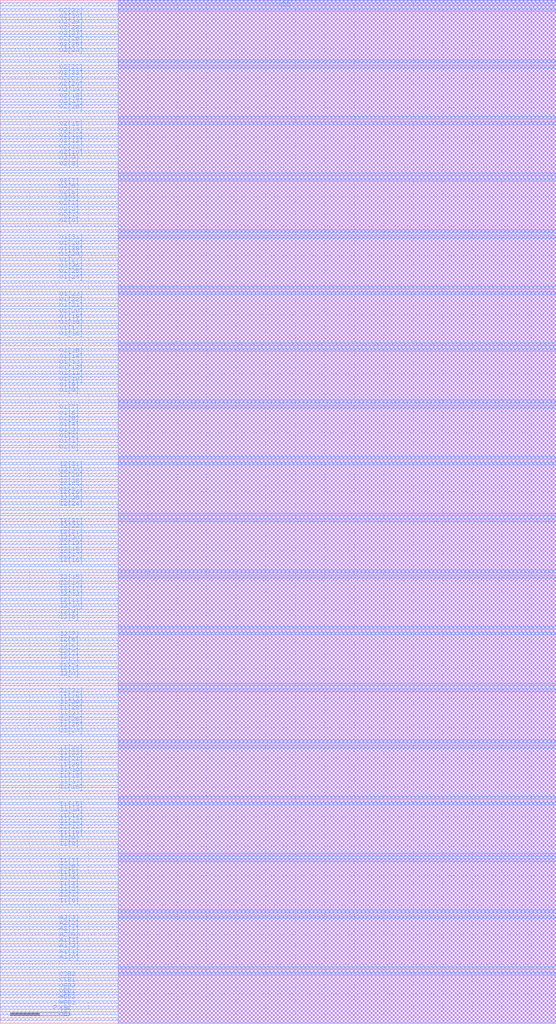
<source format=lef>
VERSION 5.6 ;
BUSBITCHARS "[]" ;
DIVIDERCHAR "/" ;

MACRO SRAM2RW16x32
  CLASS BLOCK ;
  ORIGIN 0 0 ;
  FOREIGN SRAM2RW16x32 0 0 ;
  SIZE 18.848 BY 34.656 ;
  SYMMETRY X Y ;
  SITE coreSite ;
  PIN VDD
    DIRECTION INOUT ;
    USE POWER ;
    PORT 
      LAYER M4 ;
        RECT 0.0 1.632 18.848 1.728 ;
        RECT 0.0 3.552 18.848 3.648 ;
        RECT 0.0 5.472 18.848 5.568 ;
        RECT 0.0 7.392 18.848 7.488 ;
        RECT 0.0 9.312 18.848 9.408 ;
        RECT 0.0 11.232 18.848 11.328 ;
        RECT 0.0 13.152 18.848 13.248 ;
        RECT 0.0 15.072 18.848 15.168 ;
        RECT 0.0 16.992 18.848 17.088 ;
        RECT 0.0 18.912 18.848 19.008 ;
        RECT 0.0 20.832 18.848 20.928 ;
        RECT 0.0 22.752 18.848 22.848 ;
        RECT 0.0 24.672 18.848 24.768 ;
        RECT 0.0 26.592 18.848 26.688 ;
        RECT 0.0 28.512 18.848 28.608 ;
        RECT 0.0 30.432 18.848 30.528 ;
        RECT 0.0 32.352 18.848 32.448 ;
        RECT 0.0 34.272 18.848 34.368 ;
    END 
  END VDD
  PIN VSS
    DIRECTION INOUT ;
    USE GROUND ;
    PORT 
      LAYER M4 ;
        RECT 0.0 1.824 18.848 1.92 ;
        RECT 0.0 3.744 18.848 3.84 ;
        RECT 0.0 5.664 18.848 5.76 ;
        RECT 0.0 7.584 18.848 7.68 ;
        RECT 0.0 9.504 18.848 9.6 ;
        RECT 0.0 11.424 18.848 11.52 ;
        RECT 0.0 13.344 18.848 13.44 ;
        RECT 0.0 15.264 18.848 15.36 ;
        RECT 0.0 17.184 18.848 17.28 ;
        RECT 0.0 19.104 18.848 19.2 ;
        RECT 0.0 21.024 18.848 21.12 ;
        RECT 0.0 22.944 18.848 23.04 ;
        RECT 0.0 24.864 18.848 24.96 ;
        RECT 0.0 26.784 18.848 26.88 ;
        RECT 0.0 28.704 18.848 28.8 ;
        RECT 0.0 30.624 18.848 30.72 ;
        RECT 0.0 32.544 18.848 32.64 ;
        RECT 0.0 34.464 18.848 34.56 ;
    END 
  END VSS
  PIN CE1
    DIRECTION INPUT ;
    USE SIGNAL ;
    PORT 
      LAYER M4 ;
        RECT 0.0 0.096 4.0 0.192 ;
    END 
  END CE1
  PIN CE2
    DIRECTION INPUT ;
    USE SIGNAL ;
    PORT 
      LAYER M4 ;
        RECT 0.0 0.288 4.0 0.384 ;
    END 
  END CE2
  PIN WEB1
    DIRECTION INPUT ;
    USE SIGNAL ;
    PORT 
      LAYER M4 ;
        RECT 0.0 0.48 4.0 0.576 ;
    END 
  END WEB1
  PIN WEB2
    DIRECTION INPUT ;
    USE SIGNAL ;
    PORT 
      LAYER M4 ;
        RECT 0.0 0.672 4.0 0.768 ;
    END 
  END WEB2
  PIN OEB1
    DIRECTION INPUT ;
    USE SIGNAL ;
    PORT 
      LAYER M4 ;
        RECT 0.0 0.864 4.0 0.96 ;
    END 
  END OEB1
  PIN OEB2
    DIRECTION INPUT ;
    USE SIGNAL ;
    PORT 
      LAYER M4 ;
        RECT 0.0 1.056 4.0 1.152 ;
    END 
  END OEB2
  PIN CSB1
    DIRECTION INPUT ;
    USE SIGNAL ;
    PORT 
      LAYER M4 ;
        RECT 0.0 1.248 4.0 1.344 ;
    END 
  END CSB1
  PIN CSB2
    DIRECTION INPUT ;
    USE SIGNAL ;
    PORT 
      LAYER M4 ;
        RECT 0.0 1.44 4.0 1.536 ;
    END 
  END CSB2
  PIN A1[0]
    DIRECTION INPUT ;
    USE SIGNAL ;
    PORT 
      LAYER M4 ;
        RECT 0.0 2.016 4.0 2.112 ;
    END 
  END A1[0]
  PIN A1[1]
    DIRECTION INPUT ;
    USE SIGNAL ;
    PORT 
      LAYER M4 ;
        RECT 0.0 2.208 4.0 2.304 ;
    END 
  END A1[1]
  PIN A1[2]
    DIRECTION INPUT ;
    USE SIGNAL ;
    PORT 
      LAYER M4 ;
        RECT 0.0 2.4 4.0 2.496 ;
    END 
  END A1[2]
  PIN A1[3]
    DIRECTION INPUT ;
    USE SIGNAL ;
    PORT 
      LAYER M4 ;
        RECT 0.0 2.592 4.0 2.688 ;
    END 
  END A1[3]
  PIN A2[0]
    DIRECTION INPUT ;
    USE SIGNAL ;
    PORT 
      LAYER M4 ;
        RECT 0.0 2.784 4.0 2.88 ;
    END 
  END A2[0]
  PIN A2[1]
    DIRECTION INPUT ;
    USE SIGNAL ;
    PORT 
      LAYER M4 ;
        RECT 0.0 2.976 4.0 3.072 ;
    END 
  END A2[1]
  PIN A2[2]
    DIRECTION INPUT ;
    USE SIGNAL ;
    PORT 
      LAYER M4 ;
        RECT 0.0 3.168 4.0 3.264 ;
    END 
  END A2[2]
  PIN A2[3]
    DIRECTION INPUT ;
    USE SIGNAL ;
    PORT 
      LAYER M4 ;
        RECT 0.0 3.36 4.0 3.456 ;
    END 
  END A2[3]
  PIN I1[0]
    DIRECTION INPUT ;
    USE SIGNAL ;
    PORT 
      LAYER M4 ;
        RECT 0.0 3.936 4.0 4.032 ;
    END 
  END I1[0]
  PIN I1[1]
    DIRECTION INPUT ;
    USE SIGNAL ;
    PORT 
      LAYER M4 ;
        RECT 0.0 4.128 4.0 4.224 ;
    END 
  END I1[1]
  PIN I1[2]
    DIRECTION INPUT ;
    USE SIGNAL ;
    PORT 
      LAYER M4 ;
        RECT 0.0 4.32 4.0 4.416 ;
    END 
  END I1[2]
  PIN I1[3]
    DIRECTION INPUT ;
    USE SIGNAL ;
    PORT 
      LAYER M4 ;
        RECT 0.0 4.512 4.0 4.608 ;
    END 
  END I1[3]
  PIN I1[4]
    DIRECTION INPUT ;
    USE SIGNAL ;
    PORT 
      LAYER M4 ;
        RECT 0.0 4.704 4.0 4.8 ;
    END 
  END I1[4]
  PIN I1[5]
    DIRECTION INPUT ;
    USE SIGNAL ;
    PORT 
      LAYER M4 ;
        RECT 0.0 4.896 4.0 4.992 ;
    END 
  END I1[5]
  PIN I1[6]
    DIRECTION INPUT ;
    USE SIGNAL ;
    PORT 
      LAYER M4 ;
        RECT 0.0 5.088 4.0 5.184 ;
    END 
  END I1[6]
  PIN I1[7]
    DIRECTION INPUT ;
    USE SIGNAL ;
    PORT 
      LAYER M4 ;
        RECT 0.0 5.28 4.0 5.376 ;
    END 
  END I1[7]
  PIN I1[8]
    DIRECTION INPUT ;
    USE SIGNAL ;
    PORT 
      LAYER M4 ;
        RECT 0.0 5.856 4.0 5.952 ;
    END 
  END I1[8]
  PIN I1[9]
    DIRECTION INPUT ;
    USE SIGNAL ;
    PORT 
      LAYER M4 ;
        RECT 0.0 6.048 4.0 6.144 ;
    END 
  END I1[9]
  PIN I1[10]
    DIRECTION INPUT ;
    USE SIGNAL ;
    PORT 
      LAYER M4 ;
        RECT 0.0 6.24 4.0 6.336 ;
    END 
  END I1[10]
  PIN I1[11]
    DIRECTION INPUT ;
    USE SIGNAL ;
    PORT 
      LAYER M4 ;
        RECT 0.0 6.432 4.0 6.528 ;
    END 
  END I1[11]
  PIN I1[12]
    DIRECTION INPUT ;
    USE SIGNAL ;
    PORT 
      LAYER M4 ;
        RECT 0.0 6.624 4.0 6.72 ;
    END 
  END I1[12]
  PIN I1[13]
    DIRECTION INPUT ;
    USE SIGNAL ;
    PORT 
      LAYER M4 ;
        RECT 0.0 6.816 4.0 6.912 ;
    END 
  END I1[13]
  PIN I1[14]
    DIRECTION INPUT ;
    USE SIGNAL ;
    PORT 
      LAYER M4 ;
        RECT 0.0 7.008 4.0 7.104 ;
    END 
  END I1[14]
  PIN I1[15]
    DIRECTION INPUT ;
    USE SIGNAL ;
    PORT 
      LAYER M4 ;
        RECT 0.0 7.2 4.0 7.296 ;
    END 
  END I1[15]
  PIN I1[16]
    DIRECTION INPUT ;
    USE SIGNAL ;
    PORT 
      LAYER M4 ;
        RECT 0.0 7.776 4.0 7.872 ;
    END 
  END I1[16]
  PIN I1[17]
    DIRECTION INPUT ;
    USE SIGNAL ;
    PORT 
      LAYER M4 ;
        RECT 0.0 7.968 4.0 8.064 ;
    END 
  END I1[17]
  PIN I1[18]
    DIRECTION INPUT ;
    USE SIGNAL ;
    PORT 
      LAYER M4 ;
        RECT 0.0 8.16 4.0 8.256 ;
    END 
  END I1[18]
  PIN I1[19]
    DIRECTION INPUT ;
    USE SIGNAL ;
    PORT 
      LAYER M4 ;
        RECT 0.0 8.352 4.0 8.448 ;
    END 
  END I1[19]
  PIN I1[20]
    DIRECTION INPUT ;
    USE SIGNAL ;
    PORT 
      LAYER M4 ;
        RECT 0.0 8.544 4.0 8.64 ;
    END 
  END I1[20]
  PIN I1[21]
    DIRECTION INPUT ;
    USE SIGNAL ;
    PORT 
      LAYER M4 ;
        RECT 0.0 8.736 4.0 8.832 ;
    END 
  END I1[21]
  PIN I1[22]
    DIRECTION INPUT ;
    USE SIGNAL ;
    PORT 
      LAYER M4 ;
        RECT 0.0 8.928 4.0 9.024 ;
    END 
  END I1[22]
  PIN I1[23]
    DIRECTION INPUT ;
    USE SIGNAL ;
    PORT 
      LAYER M4 ;
        RECT 0.0 9.12 4.0 9.216 ;
    END 
  END I1[23]
  PIN I1[24]
    DIRECTION INPUT ;
    USE SIGNAL ;
    PORT 
      LAYER M4 ;
        RECT 0.0 9.696 4.0 9.792 ;
    END 
  END I1[24]
  PIN I1[25]
    DIRECTION INPUT ;
    USE SIGNAL ;
    PORT 
      LAYER M4 ;
        RECT 0.0 9.888 4.0 9.984 ;
    END 
  END I1[25]
  PIN I1[26]
    DIRECTION INPUT ;
    USE SIGNAL ;
    PORT 
      LAYER M4 ;
        RECT 0.0 10.08 4.0 10.176 ;
    END 
  END I1[26]
  PIN I1[27]
    DIRECTION INPUT ;
    USE SIGNAL ;
    PORT 
      LAYER M4 ;
        RECT 0.0 10.272 4.0 10.368 ;
    END 
  END I1[27]
  PIN I1[28]
    DIRECTION INPUT ;
    USE SIGNAL ;
    PORT 
      LAYER M4 ;
        RECT 0.0 10.464 4.0 10.56 ;
    END 
  END I1[28]
  PIN I1[29]
    DIRECTION INPUT ;
    USE SIGNAL ;
    PORT 
      LAYER M4 ;
        RECT 0.0 10.656 4.0 10.752 ;
    END 
  END I1[29]
  PIN I1[30]
    DIRECTION INPUT ;
    USE SIGNAL ;
    PORT 
      LAYER M4 ;
        RECT 0.0 10.848 4.0 10.944 ;
    END 
  END I1[30]
  PIN I1[31]
    DIRECTION INPUT ;
    USE SIGNAL ;
    PORT 
      LAYER M4 ;
        RECT 0.0 11.04 4.0 11.136 ;
    END 
  END I1[31]
  PIN I2[0]
    DIRECTION INPUT ;
    USE SIGNAL ;
    PORT 
      LAYER M4 ;
        RECT 0.0 11.616 4.0 11.712 ;
    END 
  END I2[0]
  PIN I2[1]
    DIRECTION INPUT ;
    USE SIGNAL ;
    PORT 
      LAYER M4 ;
        RECT 0.0 11.808 4.0 11.904 ;
    END 
  END I2[1]
  PIN I2[2]
    DIRECTION INPUT ;
    USE SIGNAL ;
    PORT 
      LAYER M4 ;
        RECT 0.0 12.0 4.0 12.096 ;
    END 
  END I2[2]
  PIN I2[3]
    DIRECTION INPUT ;
    USE SIGNAL ;
    PORT 
      LAYER M4 ;
        RECT 0.0 12.192 4.0 12.288 ;
    END 
  END I2[3]
  PIN I2[4]
    DIRECTION INPUT ;
    USE SIGNAL ;
    PORT 
      LAYER M4 ;
        RECT 0.0 12.384 4.0 12.48 ;
    END 
  END I2[4]
  PIN I2[5]
    DIRECTION INPUT ;
    USE SIGNAL ;
    PORT 
      LAYER M4 ;
        RECT 0.0 12.576 4.0 12.672 ;
    END 
  END I2[5]
  PIN I2[6]
    DIRECTION INPUT ;
    USE SIGNAL ;
    PORT 
      LAYER M4 ;
        RECT 0.0 12.768 4.0 12.864 ;
    END 
  END I2[6]
  PIN I2[7]
    DIRECTION INPUT ;
    USE SIGNAL ;
    PORT 
      LAYER M4 ;
        RECT 0.0 12.96 4.0 13.056 ;
    END 
  END I2[7]
  PIN I2[8]
    DIRECTION INPUT ;
    USE SIGNAL ;
    PORT 
      LAYER M4 ;
        RECT 0.0 13.536 4.0 13.632 ;
    END 
  END I2[8]
  PIN I2[9]
    DIRECTION INPUT ;
    USE SIGNAL ;
    PORT 
      LAYER M4 ;
        RECT 0.0 13.728 4.0 13.824 ;
    END 
  END I2[9]
  PIN I2[10]
    DIRECTION INPUT ;
    USE SIGNAL ;
    PORT 
      LAYER M4 ;
        RECT 0.0 13.92 4.0 14.016 ;
    END 
  END I2[10]
  PIN I2[11]
    DIRECTION INPUT ;
    USE SIGNAL ;
    PORT 
      LAYER M4 ;
        RECT 0.0 14.112 4.0 14.208 ;
    END 
  END I2[11]
  PIN I2[12]
    DIRECTION INPUT ;
    USE SIGNAL ;
    PORT 
      LAYER M4 ;
        RECT 0.0 14.304 4.0 14.4 ;
    END 
  END I2[12]
  PIN I2[13]
    DIRECTION INPUT ;
    USE SIGNAL ;
    PORT 
      LAYER M4 ;
        RECT 0.0 14.496 4.0 14.592 ;
    END 
  END I2[13]
  PIN I2[14]
    DIRECTION INPUT ;
    USE SIGNAL ;
    PORT 
      LAYER M4 ;
        RECT 0.0 14.688 4.0 14.784 ;
    END 
  END I2[14]
  PIN I2[15]
    DIRECTION INPUT ;
    USE SIGNAL ;
    PORT 
      LAYER M4 ;
        RECT 0.0 14.88 4.0 14.976 ;
    END 
  END I2[15]
  PIN I2[16]
    DIRECTION INPUT ;
    USE SIGNAL ;
    PORT 
      LAYER M4 ;
        RECT 0.0 15.456 4.0 15.552 ;
    END 
  END I2[16]
  PIN I2[17]
    DIRECTION INPUT ;
    USE SIGNAL ;
    PORT 
      LAYER M4 ;
        RECT 0.0 15.648 4.0 15.744 ;
    END 
  END I2[17]
  PIN I2[18]
    DIRECTION INPUT ;
    USE SIGNAL ;
    PORT 
      LAYER M4 ;
        RECT 0.0 15.84 4.0 15.936 ;
    END 
  END I2[18]
  PIN I2[19]
    DIRECTION INPUT ;
    USE SIGNAL ;
    PORT 
      LAYER M4 ;
        RECT 0.0 16.032 4.0 16.128 ;
    END 
  END I2[19]
  PIN I2[20]
    DIRECTION INPUT ;
    USE SIGNAL ;
    PORT 
      LAYER M4 ;
        RECT 0.0 16.224 4.0 16.32 ;
    END 
  END I2[20]
  PIN I2[21]
    DIRECTION INPUT ;
    USE SIGNAL ;
    PORT 
      LAYER M4 ;
        RECT 0.0 16.416 4.0 16.512 ;
    END 
  END I2[21]
  PIN I2[22]
    DIRECTION INPUT ;
    USE SIGNAL ;
    PORT 
      LAYER M4 ;
        RECT 0.0 16.608 4.0 16.704 ;
    END 
  END I2[22]
  PIN I2[23]
    DIRECTION INPUT ;
    USE SIGNAL ;
    PORT 
      LAYER M4 ;
        RECT 0.0 16.8 4.0 16.896 ;
    END 
  END I2[23]
  PIN I2[24]
    DIRECTION INPUT ;
    USE SIGNAL ;
    PORT 
      LAYER M4 ;
        RECT 0.0 17.376 4.0 17.472 ;
    END 
  END I2[24]
  PIN I2[25]
    DIRECTION INPUT ;
    USE SIGNAL ;
    PORT 
      LAYER M4 ;
        RECT 0.0 17.568 4.0 17.664 ;
    END 
  END I2[25]
  PIN I2[26]
    DIRECTION INPUT ;
    USE SIGNAL ;
    PORT 
      LAYER M4 ;
        RECT 0.0 17.76 4.0 17.856 ;
    END 
  END I2[26]
  PIN I2[27]
    DIRECTION INPUT ;
    USE SIGNAL ;
    PORT 
      LAYER M4 ;
        RECT 0.0 17.952 4.0 18.048 ;
    END 
  END I2[27]
  PIN I2[28]
    DIRECTION INPUT ;
    USE SIGNAL ;
    PORT 
      LAYER M4 ;
        RECT 0.0 18.144 4.0 18.24 ;
    END 
  END I2[28]
  PIN I2[29]
    DIRECTION INPUT ;
    USE SIGNAL ;
    PORT 
      LAYER M4 ;
        RECT 0.0 18.336 4.0 18.432 ;
    END 
  END I2[29]
  PIN I2[30]
    DIRECTION INPUT ;
    USE SIGNAL ;
    PORT 
      LAYER M4 ;
        RECT 0.0 18.528 4.0 18.624 ;
    END 
  END I2[30]
  PIN I2[31]
    DIRECTION INPUT ;
    USE SIGNAL ;
    PORT 
      LAYER M4 ;
        RECT 0.0 18.72 4.0 18.816 ;
    END 
  END I2[31]
  PIN O1[0]
    DIRECTION OUTPUT ;
    USE SIGNAL ;
    PORT 
      LAYER M4 ;
        RECT 0.0 19.296 4.0 19.392 ;
    END 
  END O1[0]
  PIN O1[1]
    DIRECTION OUTPUT ;
    USE SIGNAL ;
    PORT 
      LAYER M4 ;
        RECT 0.0 19.488 4.0 19.584 ;
    END 
  END O1[1]
  PIN O1[2]
    DIRECTION OUTPUT ;
    USE SIGNAL ;
    PORT 
      LAYER M4 ;
        RECT 0.0 19.68 4.0 19.776 ;
    END 
  END O1[2]
  PIN O1[3]
    DIRECTION OUTPUT ;
    USE SIGNAL ;
    PORT 
      LAYER M4 ;
        RECT 0.0 19.872 4.0 19.968 ;
    END 
  END O1[3]
  PIN O1[4]
    DIRECTION OUTPUT ;
    USE SIGNAL ;
    PORT 
      LAYER M4 ;
        RECT 0.0 20.064 4.0 20.16 ;
    END 
  END O1[4]
  PIN O1[5]
    DIRECTION OUTPUT ;
    USE SIGNAL ;
    PORT 
      LAYER M4 ;
        RECT 0.0 20.256 4.0 20.352 ;
    END 
  END O1[5]
  PIN O1[6]
    DIRECTION OUTPUT ;
    USE SIGNAL ;
    PORT 
      LAYER M4 ;
        RECT 0.0 20.448 4.0 20.544 ;
    END 
  END O1[6]
  PIN O1[7]
    DIRECTION OUTPUT ;
    USE SIGNAL ;
    PORT 
      LAYER M4 ;
        RECT 0.0 20.64 4.0 20.736 ;
    END 
  END O1[7]
  PIN O1[8]
    DIRECTION OUTPUT ;
    USE SIGNAL ;
    PORT 
      LAYER M4 ;
        RECT 0.0 21.216 4.0 21.312 ;
    END 
  END O1[8]
  PIN O1[9]
    DIRECTION OUTPUT ;
    USE SIGNAL ;
    PORT 
      LAYER M4 ;
        RECT 0.0 21.408 4.0 21.504 ;
    END 
  END O1[9]
  PIN O1[10]
    DIRECTION OUTPUT ;
    USE SIGNAL ;
    PORT 
      LAYER M4 ;
        RECT 0.0 21.6 4.0 21.696 ;
    END 
  END O1[10]
  PIN O1[11]
    DIRECTION OUTPUT ;
    USE SIGNAL ;
    PORT 
      LAYER M4 ;
        RECT 0.0 21.792 4.0 21.888 ;
    END 
  END O1[11]
  PIN O1[12]
    DIRECTION OUTPUT ;
    USE SIGNAL ;
    PORT 
      LAYER M4 ;
        RECT 0.0 21.984 4.0 22.08 ;
    END 
  END O1[12]
  PIN O1[13]
    DIRECTION OUTPUT ;
    USE SIGNAL ;
    PORT 
      LAYER M4 ;
        RECT 0.0 22.176 4.0 22.272 ;
    END 
  END O1[13]
  PIN O1[14]
    DIRECTION OUTPUT ;
    USE SIGNAL ;
    PORT 
      LAYER M4 ;
        RECT 0.0 22.368 4.0 22.464 ;
    END 
  END O1[14]
  PIN O1[15]
    DIRECTION OUTPUT ;
    USE SIGNAL ;
    PORT 
      LAYER M4 ;
        RECT 0.0 22.56 4.0 22.656 ;
    END 
  END O1[15]
  PIN O1[16]
    DIRECTION OUTPUT ;
    USE SIGNAL ;
    PORT 
      LAYER M4 ;
        RECT 0.0 23.136 4.0 23.232 ;
    END 
  END O1[16]
  PIN O1[17]
    DIRECTION OUTPUT ;
    USE SIGNAL ;
    PORT 
      LAYER M4 ;
        RECT 0.0 23.328 4.0 23.424 ;
    END 
  END O1[17]
  PIN O1[18]
    DIRECTION OUTPUT ;
    USE SIGNAL ;
    PORT 
      LAYER M4 ;
        RECT 0.0 23.52 4.0 23.616 ;
    END 
  END O1[18]
  PIN O1[19]
    DIRECTION OUTPUT ;
    USE SIGNAL ;
    PORT 
      LAYER M4 ;
        RECT 0.0 23.712 4.0 23.808 ;
    END 
  END O1[19]
  PIN O1[20]
    DIRECTION OUTPUT ;
    USE SIGNAL ;
    PORT 
      LAYER M4 ;
        RECT 0.0 23.904 4.0 24.0 ;
    END 
  END O1[20]
  PIN O1[21]
    DIRECTION OUTPUT ;
    USE SIGNAL ;
    PORT 
      LAYER M4 ;
        RECT 0.0 24.096 4.0 24.192 ;
    END 
  END O1[21]
  PIN O1[22]
    DIRECTION OUTPUT ;
    USE SIGNAL ;
    PORT 
      LAYER M4 ;
        RECT 0.0 24.288 4.0 24.384 ;
    END 
  END O1[22]
  PIN O1[23]
    DIRECTION OUTPUT ;
    USE SIGNAL ;
    PORT 
      LAYER M4 ;
        RECT 0.0 24.48 4.0 24.576 ;
    END 
  END O1[23]
  PIN O1[24]
    DIRECTION OUTPUT ;
    USE SIGNAL ;
    PORT 
      LAYER M4 ;
        RECT 0.0 25.056 4.0 25.152 ;
    END 
  END O1[24]
  PIN O1[25]
    DIRECTION OUTPUT ;
    USE SIGNAL ;
    PORT 
      LAYER M4 ;
        RECT 0.0 25.248 4.0 25.344 ;
    END 
  END O1[25]
  PIN O1[26]
    DIRECTION OUTPUT ;
    USE SIGNAL ;
    PORT 
      LAYER M4 ;
        RECT 0.0 25.44 4.0 25.536 ;
    END 
  END O1[26]
  PIN O1[27]
    DIRECTION OUTPUT ;
    USE SIGNAL ;
    PORT 
      LAYER M4 ;
        RECT 0.0 25.632 4.0 25.728 ;
    END 
  END O1[27]
  PIN O1[28]
    DIRECTION OUTPUT ;
    USE SIGNAL ;
    PORT 
      LAYER M4 ;
        RECT 0.0 25.824 4.0 25.92 ;
    END 
  END O1[28]
  PIN O1[29]
    DIRECTION OUTPUT ;
    USE SIGNAL ;
    PORT 
      LAYER M4 ;
        RECT 0.0 26.016 4.0 26.112 ;
    END 
  END O1[29]
  PIN O1[30]
    DIRECTION OUTPUT ;
    USE SIGNAL ;
    PORT 
      LAYER M4 ;
        RECT 0.0 26.208 4.0 26.304 ;
    END 
  END O1[30]
  PIN O1[31]
    DIRECTION OUTPUT ;
    USE SIGNAL ;
    PORT 
      LAYER M4 ;
        RECT 0.0 26.4 4.0 26.496 ;
    END 
  END O1[31]
  PIN O2[0]
    DIRECTION OUTPUT ;
    USE SIGNAL ;
    PORT 
      LAYER M4 ;
        RECT 0.0 26.976 4.0 27.072 ;
    END 
  END O2[0]
  PIN O2[1]
    DIRECTION OUTPUT ;
    USE SIGNAL ;
    PORT 
      LAYER M4 ;
        RECT 0.0 27.168 4.0 27.264 ;
    END 
  END O2[1]
  PIN O2[2]
    DIRECTION OUTPUT ;
    USE SIGNAL ;
    PORT 
      LAYER M4 ;
        RECT 0.0 27.36 4.0 27.456 ;
    END 
  END O2[2]
  PIN O2[3]
    DIRECTION OUTPUT ;
    USE SIGNAL ;
    PORT 
      LAYER M4 ;
        RECT 0.0 27.552 4.0 27.648 ;
    END 
  END O2[3]
  PIN O2[4]
    DIRECTION OUTPUT ;
    USE SIGNAL ;
    PORT 
      LAYER M4 ;
        RECT 0.0 27.744 4.0 27.84 ;
    END 
  END O2[4]
  PIN O2[5]
    DIRECTION OUTPUT ;
    USE SIGNAL ;
    PORT 
      LAYER M4 ;
        RECT 0.0 27.936 4.0 28.032 ;
    END 
  END O2[5]
  PIN O2[6]
    DIRECTION OUTPUT ;
    USE SIGNAL ;
    PORT 
      LAYER M4 ;
        RECT 0.0 28.128 4.0 28.224 ;
    END 
  END O2[6]
  PIN O2[7]
    DIRECTION OUTPUT ;
    USE SIGNAL ;
    PORT 
      LAYER M4 ;
        RECT 0.0 28.32 4.0 28.416 ;
    END 
  END O2[7]
  PIN O2[8]
    DIRECTION OUTPUT ;
    USE SIGNAL ;
    PORT 
      LAYER M4 ;
        RECT 0.0 28.896 4.0 28.992 ;
    END 
  END O2[8]
  PIN O2[9]
    DIRECTION OUTPUT ;
    USE SIGNAL ;
    PORT 
      LAYER M4 ;
        RECT 0.0 29.088 4.0 29.184 ;
    END 
  END O2[9]
  PIN O2[10]
    DIRECTION OUTPUT ;
    USE SIGNAL ;
    PORT 
      LAYER M4 ;
        RECT 0.0 29.28 4.0 29.376 ;
    END 
  END O2[10]
  PIN O2[11]
    DIRECTION OUTPUT ;
    USE SIGNAL ;
    PORT 
      LAYER M4 ;
        RECT 0.0 29.472 4.0 29.568 ;
    END 
  END O2[11]
  PIN O2[12]
    DIRECTION OUTPUT ;
    USE SIGNAL ;
    PORT 
      LAYER M4 ;
        RECT 0.0 29.664 4.0 29.76 ;
    END 
  END O2[12]
  PIN O2[13]
    DIRECTION OUTPUT ;
    USE SIGNAL ;
    PORT 
      LAYER M4 ;
        RECT 0.0 29.856 4.0 29.952 ;
    END 
  END O2[13]
  PIN O2[14]
    DIRECTION OUTPUT ;
    USE SIGNAL ;
    PORT 
      LAYER M4 ;
        RECT 0.0 30.048 4.0 30.144 ;
    END 
  END O2[14]
  PIN O2[15]
    DIRECTION OUTPUT ;
    USE SIGNAL ;
    PORT 
      LAYER M4 ;
        RECT 0.0 30.24 4.0 30.336 ;
    END 
  END O2[15]
  PIN O2[16]
    DIRECTION OUTPUT ;
    USE SIGNAL ;
    PORT 
      LAYER M4 ;
        RECT 0.0 30.816 4.0 30.912 ;
    END 
  END O2[16]
  PIN O2[17]
    DIRECTION OUTPUT ;
    USE SIGNAL ;
    PORT 
      LAYER M4 ;
        RECT 0.0 31.008 4.0 31.104 ;
    END 
  END O2[17]
  PIN O2[18]
    DIRECTION OUTPUT ;
    USE SIGNAL ;
    PORT 
      LAYER M4 ;
        RECT 0.0 31.2 4.0 31.296 ;
    END 
  END O2[18]
  PIN O2[19]
    DIRECTION OUTPUT ;
    USE SIGNAL ;
    PORT 
      LAYER M4 ;
        RECT 0.0 31.392 4.0 31.488 ;
    END 
  END O2[19]
  PIN O2[20]
    DIRECTION OUTPUT ;
    USE SIGNAL ;
    PORT 
      LAYER M4 ;
        RECT 0.0 31.584 4.0 31.68 ;
    END 
  END O2[20]
  PIN O2[21]
    DIRECTION OUTPUT ;
    USE SIGNAL ;
    PORT 
      LAYER M4 ;
        RECT 0.0 31.776 4.0 31.872 ;
    END 
  END O2[21]
  PIN O2[22]
    DIRECTION OUTPUT ;
    USE SIGNAL ;
    PORT 
      LAYER M4 ;
        RECT 0.0 31.968 4.0 32.064 ;
    END 
  END O2[22]
  PIN O2[23]
    DIRECTION OUTPUT ;
    USE SIGNAL ;
    PORT 
      LAYER M4 ;
        RECT 0.0 32.16 4.0 32.256 ;
    END 
  END O2[23]
  PIN O2[24]
    DIRECTION OUTPUT ;
    USE SIGNAL ;
    PORT 
      LAYER M4 ;
        RECT 0.0 32.736 4.0 32.832 ;
    END 
  END O2[24]
  PIN O2[25]
    DIRECTION OUTPUT ;
    USE SIGNAL ;
    PORT 
      LAYER M4 ;
        RECT 0.0 32.928 4.0 33.024 ;
    END 
  END O2[25]
  PIN O2[26]
    DIRECTION OUTPUT ;
    USE SIGNAL ;
    PORT 
      LAYER M4 ;
        RECT 0.0 33.12 4.0 33.216 ;
    END 
  END O2[26]
  PIN O2[27]
    DIRECTION OUTPUT ;
    USE SIGNAL ;
    PORT 
      LAYER M4 ;
        RECT 0.0 33.312 4.0 33.408 ;
    END 
  END O2[27]
  PIN O2[28]
    DIRECTION OUTPUT ;
    USE SIGNAL ;
    PORT 
      LAYER M4 ;
        RECT 0.0 33.504 4.0 33.6 ;
    END 
  END O2[28]
  PIN O2[29]
    DIRECTION OUTPUT ;
    USE SIGNAL ;
    PORT 
      LAYER M4 ;
        RECT 0.0 33.696 4.0 33.792 ;
    END 
  END O2[29]
  PIN O2[30]
    DIRECTION OUTPUT ;
    USE SIGNAL ;
    PORT 
      LAYER M4 ;
        RECT 0.0 33.888 4.0 33.984 ;
    END 
  END O2[30]
  PIN O2[31]
    DIRECTION OUTPUT ;
    USE SIGNAL ;
    PORT 
      LAYER M4 ;
        RECT 0.0 34.08 4.0 34.176 ;
    END 
  END O2[31]
  OBS 
    LAYER M1 ;
      RECT 4.0 0.0 18.848 34.656 ;
    LAYER M2 ;
      RECT 4.0 0.0 18.848 34.656 ;
    LAYER M3 ;
      RECT 4.0 0.0 18.848 34.656 ;
  END 
END SRAM2RW16x32

END LIBRARY
</source>
